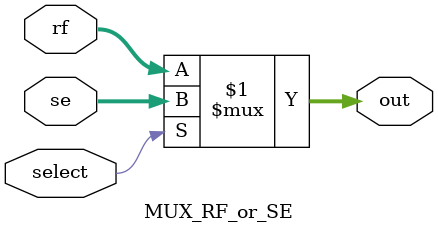
<source format=v>
`timescale 1ns / 1ps


module MUX_RF_or_SE(
	output [63:0] out,
	input[63:0] rf, se,
	input select
);

	assign out = select ? se : rf;

endmodule

</source>
